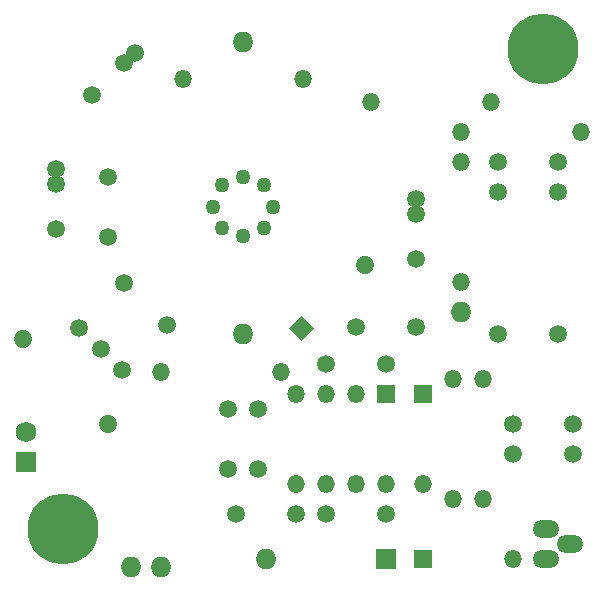
<source format=gbs>
G04 (created by PCBNEW (22-Jun-2014 BZR 4027)-stable) date Fri 29 Dec 2017 03:26:56 AM CST*
%MOIN*%
G04 Gerber Fmt 3.4, Leading zero omitted, Abs format*
%FSLAX34Y34*%
G01*
G70*
G90*
G04 APERTURE LIST*
%ADD10C,0.00590551*%
%ADD11O,0.0885X0.059*%
%ADD12O,0.059X0.059*%
%ADD13C,0.059*%
%ADD14C,0.05*%
%ADD15R,0.059X0.059*%
%ADD16O,0.069X0.069*%
%ADD17C,0.23622*%
%ADD18C,0.059*%
%ADD19R,0.069X0.069*%
%ADD20C,0.069*%
G04 APERTURE END LIST*
G54D10*
G54D11*
X95852Y-43250D03*
X96647Y-43750D03*
X95852Y-44250D03*
G54D12*
X92750Y-38250D03*
X92750Y-42250D03*
X93750Y-42250D03*
X93750Y-38250D03*
X83000Y-38000D03*
X87000Y-38000D03*
X83750Y-28250D03*
X87750Y-28250D03*
G54D13*
X81250Y-39750D02*
X81250Y-39750D01*
X78421Y-36921D02*
X78421Y-36921D01*
G54D14*
X85042Y-31792D03*
X86457Y-31792D03*
X86739Y-32500D03*
X85750Y-31510D03*
X86457Y-33207D03*
X85750Y-33489D03*
X85042Y-33207D03*
X84760Y-32500D03*
G54D15*
X90500Y-38750D03*
G54D12*
X89500Y-38750D03*
X88500Y-38750D03*
X87500Y-38750D03*
X87500Y-41750D03*
X88500Y-41750D03*
X90500Y-41750D03*
X89500Y-41750D03*
G54D16*
X83000Y-44500D03*
X82000Y-44500D03*
G54D17*
X95750Y-27250D03*
G54D18*
X80292Y-36542D03*
X81707Y-37957D03*
X81000Y-37250D03*
X94750Y-40750D03*
X96750Y-40750D03*
X91500Y-36500D03*
X89500Y-36500D03*
X85250Y-41250D03*
X85250Y-39250D03*
X86250Y-41250D03*
X86250Y-39250D03*
X88500Y-42750D03*
X90500Y-42750D03*
X81792Y-35042D03*
X83207Y-36457D03*
X81250Y-31500D03*
X81250Y-33500D03*
X96750Y-39750D03*
X94750Y-39750D03*
X90500Y-37750D03*
X88500Y-37750D03*
X87500Y-42750D03*
X85500Y-42750D03*
G54D16*
X85750Y-36750D03*
G54D19*
X90500Y-44250D03*
G54D16*
X86500Y-44250D03*
G54D15*
X91750Y-38750D03*
G54D12*
X91750Y-41750D03*
G54D10*
G36*
X87689Y-36143D02*
X88106Y-36560D01*
X87689Y-36977D01*
X87272Y-36560D01*
X87689Y-36143D01*
X87689Y-36143D01*
G37*
G54D13*
X89810Y-34439D02*
X89810Y-34439D01*
G54D15*
X91750Y-44250D03*
G54D12*
X94750Y-44250D03*
G54D18*
X82133Y-27366D03*
X80719Y-28780D03*
X81780Y-27719D03*
X79500Y-31250D03*
X79500Y-33250D03*
X79500Y-31750D03*
X91500Y-32250D03*
X91500Y-34250D03*
X91500Y-32750D03*
G54D19*
X78500Y-41000D03*
G54D20*
X78500Y-40000D03*
G54D17*
X79750Y-43250D03*
G54D16*
X85750Y-27000D03*
G54D12*
X90000Y-29000D03*
X94000Y-29000D03*
X97000Y-30000D03*
X93000Y-30000D03*
X93000Y-31000D03*
X93000Y-35000D03*
G54D18*
X94250Y-31000D03*
X96250Y-31000D03*
X96250Y-32000D03*
X94250Y-32000D03*
X96250Y-36750D03*
X94250Y-36750D03*
G54D16*
X93000Y-36000D03*
M02*

</source>
